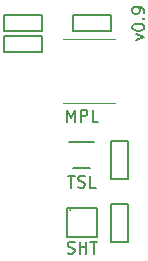
<source format=gbr>
G04 #@! TF.GenerationSoftware,KiCad,Pcbnew,5.0.0-fee4fd1~65~ubuntu16.04.1*
G04 #@! TF.CreationDate,2018-07-27T11:23:51-07:00*
G04 #@! TF.ProjectId,fk-weather-sensors,666B2D776561746865722D73656E736F,rev?*
G04 #@! TF.SameCoordinates,Original*
G04 #@! TF.FileFunction,Legend,Top*
G04 #@! TF.FilePolarity,Positive*
%FSLAX46Y46*%
G04 Gerber Fmt 4.6, Leading zero omitted, Abs format (unit mm)*
G04 Created by KiCad (PCBNEW 5.0.0-fee4fd1~65~ubuntu16.04.1) date Fri Jul 27 11:23:51 2018*
%MOMM*%
%LPD*%
G01*
G04 APERTURE LIST*
%ADD10C,0.150000*%
%ADD11C,0.205000*%
%ADD12C,0.120000*%
G04 APERTURE END LIST*
D10*
X154090714Y-107092571D02*
X154757380Y-106854476D01*
X154090714Y-106616380D01*
X153757380Y-106044952D02*
X153757380Y-105949714D01*
X153805000Y-105854476D01*
X153852619Y-105806857D01*
X153947857Y-105759238D01*
X154138333Y-105711619D01*
X154376428Y-105711619D01*
X154566904Y-105759238D01*
X154662142Y-105806857D01*
X154709761Y-105854476D01*
X154757380Y-105949714D01*
X154757380Y-106044952D01*
X154709761Y-106140190D01*
X154662142Y-106187809D01*
X154566904Y-106235428D01*
X154376428Y-106283047D01*
X154138333Y-106283047D01*
X153947857Y-106235428D01*
X153852619Y-106187809D01*
X153805000Y-106140190D01*
X153757380Y-106044952D01*
X154662142Y-105283047D02*
X154709761Y-105235428D01*
X154757380Y-105283047D01*
X154709761Y-105330666D01*
X154662142Y-105283047D01*
X154757380Y-105283047D01*
X154757380Y-104759238D02*
X154757380Y-104568761D01*
X154709761Y-104473523D01*
X154662142Y-104425904D01*
X154519285Y-104330666D01*
X154328809Y-104283047D01*
X153947857Y-104283047D01*
X153852619Y-104330666D01*
X153805000Y-104378285D01*
X153757380Y-104473523D01*
X153757380Y-104664000D01*
X153805000Y-104759238D01*
X153852619Y-104806857D01*
X153947857Y-104854476D01*
X154185952Y-104854476D01*
X154281190Y-104806857D01*
X154328809Y-104759238D01*
X154376428Y-104664000D01*
X154376428Y-104473523D01*
X154328809Y-104378285D01*
X154281190Y-104330666D01*
X154185952Y-104283047D01*
D11*
X148240904Y-113990380D02*
X148240904Y-112990380D01*
X148574238Y-113704666D01*
X148907571Y-112990380D01*
X148907571Y-113990380D01*
X149383761Y-113990380D02*
X149383761Y-112990380D01*
X149764714Y-112990380D01*
X149859952Y-113038000D01*
X149907571Y-113085619D01*
X149955190Y-113180857D01*
X149955190Y-113323714D01*
X149907571Y-113418952D01*
X149859952Y-113466571D01*
X149764714Y-113514190D01*
X149383761Y-113514190D01*
X150859952Y-113990380D02*
X150383761Y-113990380D01*
X150383761Y-112990380D01*
X148312333Y-118578380D02*
X148883761Y-118578380D01*
X148598047Y-119578380D02*
X148598047Y-118578380D01*
X149169476Y-119530761D02*
X149312333Y-119578380D01*
X149550428Y-119578380D01*
X149645666Y-119530761D01*
X149693285Y-119483142D01*
X149740904Y-119387904D01*
X149740904Y-119292666D01*
X149693285Y-119197428D01*
X149645666Y-119149809D01*
X149550428Y-119102190D01*
X149359952Y-119054571D01*
X149264714Y-119006952D01*
X149217095Y-118959333D01*
X149169476Y-118864095D01*
X149169476Y-118768857D01*
X149217095Y-118673619D01*
X149264714Y-118626000D01*
X149359952Y-118578380D01*
X149598047Y-118578380D01*
X149740904Y-118626000D01*
X150645666Y-119578380D02*
X150169476Y-119578380D01*
X150169476Y-118578380D01*
X148288523Y-125118761D02*
X148431380Y-125166380D01*
X148669476Y-125166380D01*
X148764714Y-125118761D01*
X148812333Y-125071142D01*
X148859952Y-124975904D01*
X148859952Y-124880666D01*
X148812333Y-124785428D01*
X148764714Y-124737809D01*
X148669476Y-124690190D01*
X148479000Y-124642571D01*
X148383761Y-124594952D01*
X148336142Y-124547333D01*
X148288523Y-124452095D01*
X148288523Y-124356857D01*
X148336142Y-124261619D01*
X148383761Y-124214000D01*
X148479000Y-124166380D01*
X148717095Y-124166380D01*
X148859952Y-124214000D01*
X149288523Y-125166380D02*
X149288523Y-124166380D01*
X149288523Y-124642571D02*
X149859952Y-124642571D01*
X149859952Y-125166380D02*
X149859952Y-124166380D01*
X150193285Y-124166380D02*
X150764714Y-124166380D01*
X150479000Y-125166380D02*
X150479000Y-124166380D01*
D12*
G04 #@! TO.C,U1*
X147854100Y-106979400D02*
X152299100Y-106979400D01*
X147854100Y-112440400D02*
X152299100Y-112440400D01*
D10*
G04 #@! TO.C,U3*
X148496355Y-121493000D02*
G75*
G03X148496355Y-121493000I-35355J0D01*
G01*
X148261000Y-121293000D02*
X150761000Y-121293000D01*
X150761000Y-121293000D02*
X150761000Y-123793000D01*
X150761000Y-123793000D02*
X148261000Y-123793000D01*
X148261000Y-123793000D02*
X148261000Y-121293000D01*
G04 #@! TO.C,U2*
X148720000Y-117899600D02*
X150170000Y-117899600D01*
X148352800Y-115707400D02*
X150527800Y-115707400D01*
G04 #@! TO.C,C1*
X146126000Y-108142000D02*
X146126000Y-106742000D01*
X142926000Y-108142000D02*
X142926000Y-106742000D01*
X146126000Y-108142000D02*
X142926000Y-108142000D01*
X142926000Y-106742000D02*
X146126000Y-106742000D01*
G04 #@! TO.C,C2*
X146126000Y-106364000D02*
X146126000Y-104964000D01*
X142926000Y-106364000D02*
X142926000Y-104964000D01*
X146126000Y-106364000D02*
X142926000Y-106364000D01*
X142926000Y-104964000D02*
X146126000Y-104964000D01*
G04 #@! TO.C,C3*
X153354000Y-115621000D02*
X151954000Y-115621000D01*
X153354000Y-118821000D02*
X151954000Y-118821000D01*
X153354000Y-115621000D02*
X153354000Y-118821000D01*
X151954000Y-118821000D02*
X151954000Y-115621000D01*
G04 #@! TO.C,C4*
X148768000Y-104964000D02*
X148768000Y-106364000D01*
X151968000Y-104964000D02*
X151968000Y-106364000D01*
X148768000Y-104964000D02*
X151968000Y-104964000D01*
X151968000Y-106364000D02*
X148768000Y-106364000D01*
G04 #@! TO.C,C5*
X151954000Y-124155000D02*
X153354000Y-124155000D01*
X151954000Y-120955000D02*
X153354000Y-120955000D01*
X151954000Y-124155000D02*
X151954000Y-120955000D01*
X153354000Y-120955000D02*
X153354000Y-124155000D01*
G04 #@! TD*
M02*

</source>
